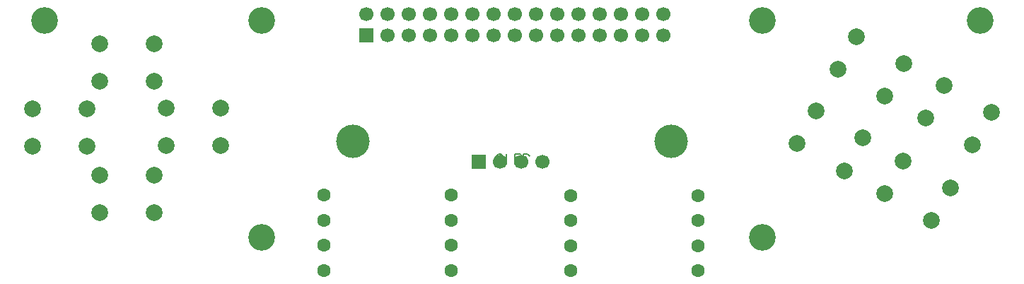
<source format=gbr>
%TF.GenerationSoftware,KiCad,Pcbnew,9.0.3*%
%TF.CreationDate,2025-07-15T10:31:37+02:00*%
%TF.ProjectId,CalliopeGamePad,43616c6c-696f-4706-9547-616d65506164,rev?*%
%TF.SameCoordinates,Original*%
%TF.FileFunction,Soldermask,Top*%
%TF.FilePolarity,Negative*%
%FSLAX46Y46*%
G04 Gerber Fmt 4.6, Leading zero omitted, Abs format (unit mm)*
G04 Created by KiCad (PCBNEW 9.0.3) date 2025-07-15 10:31:37*
%MOMM*%
%LPD*%
G01*
G04 APERTURE LIST*
%ADD10C,0.203200*%
%ADD11C,3.200000*%
%ADD12C,2.000000*%
%ADD13R,1.700000X1.700000*%
%ADD14C,1.700000*%
%ADD15C,4.000000*%
%ADD16C,1.600000*%
G04 APERTURE END LIST*
D10*
X149302340Y-109052640D02*
X149302340Y-110198180D01*
X148177120Y-109215200D02*
X148123780Y-109324420D01*
X148286340Y-109105980D02*
X148177120Y-109215200D01*
X148888320Y-109324420D02*
X148832440Y-109215200D01*
X151385130Y-109052640D02*
X151385130Y-110198180D01*
X148614000Y-109052640D02*
X148395560Y-109052640D01*
X150315790Y-109052640D02*
X150315790Y-110198180D01*
X151766130Y-109052640D02*
X151931230Y-109105980D01*
X151931230Y-109105980D02*
X152040450Y-109215200D01*
X148832440Y-109215200D02*
X148723220Y-109105980D01*
X150315790Y-109052640D02*
X151024450Y-109052640D01*
X151385130Y-109052640D02*
X151766130Y-109052640D01*
X148395560Y-109052640D02*
X148286340Y-109105980D01*
X152040450Y-109215200D02*
X152093790Y-109324420D01*
X148723220Y-109105980D02*
X148614000Y-109052640D01*
D11*
%TO.C,H4*%
X94000000Y-93000000D03*
%TD*%
D12*
%TO.C,U8*%
X196839673Y-109876443D03*
X202468838Y-113126443D03*
X194589673Y-113773557D03*
X200218838Y-117023557D03*
%TD*%
%TO.C,U6*%
X201739673Y-100826443D03*
X207368838Y-104076443D03*
X199489672Y-104723558D03*
X205118839Y-107973558D03*
%TD*%
%TO.C,U2*%
X92611800Y-103599760D03*
X99111800Y-103599760D03*
X92611800Y-108099760D03*
X99111800Y-108099760D03*
%TD*%
%TO.C,U4*%
X100639400Y-111564760D03*
X107139400Y-111564760D03*
X100639400Y-116064760D03*
X107139400Y-116064760D03*
%TD*%
D13*
%TO.C,J2*%
X146000000Y-110000000D03*
D14*
X148540000Y-110000000D03*
X151080000Y-110000000D03*
X153620000Y-110000000D03*
%TD*%
D13*
%TO.C,J1*%
X132540000Y-94775000D03*
D14*
X132540000Y-92235000D03*
X135080000Y-94775000D03*
X135080000Y-92235000D03*
X137620000Y-94775000D03*
X137620000Y-92235000D03*
X140160000Y-94775000D03*
X140160000Y-92235000D03*
X142700000Y-94775000D03*
X142700000Y-92235000D03*
X145240000Y-94775000D03*
X145240000Y-92235000D03*
X147780000Y-94775000D03*
X147780000Y-92235000D03*
X150320000Y-94775000D03*
X150320000Y-92235000D03*
X152860000Y-94775000D03*
X152860000Y-92235000D03*
X155400000Y-94775000D03*
X155400000Y-92235000D03*
X157940000Y-94775000D03*
X157940000Y-92235000D03*
X160480000Y-94775000D03*
X160480000Y-92235000D03*
X163020000Y-94775000D03*
X163020000Y-92235000D03*
X165560000Y-94775000D03*
X165560000Y-92235000D03*
X168100000Y-94775000D03*
X168100000Y-92235000D03*
%TD*%
D12*
%TO.C,U7*%
X186389673Y-103876443D03*
X192018838Y-107126443D03*
X184139673Y-107773557D03*
X189768838Y-111023557D03*
%TD*%
D11*
%TO.C,H8*%
X206000000Y-93000000D03*
%TD*%
D15*
%TO.C,H1*%
X169050000Y-107550000D03*
%TD*%
D12*
%TO.C,U3*%
X108615000Y-103538360D03*
X115115000Y-103538360D03*
X108615000Y-108038360D03*
X115115000Y-108038360D03*
%TD*%
D11*
%TO.C,H5*%
X120000000Y-119000000D03*
%TD*%
%TO.C,H7*%
X180000000Y-93000000D03*
%TD*%
%TO.C,H6*%
X180000000Y-119000000D03*
%TD*%
D12*
%TO.C,U5*%
X191239673Y-94976443D03*
X196868838Y-98226443D03*
X188989673Y-98873557D03*
X194618838Y-102123557D03*
%TD*%
D11*
%TO.C,H3*%
X120000000Y-93000000D03*
%TD*%
D15*
%TO.C,H2*%
X130950000Y-107550000D03*
%TD*%
D12*
%TO.C,U1*%
X100623010Y-95815070D03*
X107123010Y-95815070D03*
X100623010Y-100315070D03*
X107123010Y-100315070D03*
%TD*%
D16*
%TO.C,R4*%
X142720951Y-113969293D03*
X127480951Y-113969293D03*
%TD*%
%TO.C,R1*%
X142720951Y-119969293D03*
X127480951Y-119969293D03*
%TD*%
%TO.C,R7*%
X157000000Y-114000000D03*
X172240000Y-114000000D03*
%TD*%
%TO.C,R3*%
X142720951Y-122969293D03*
X127480951Y-122969293D03*
%TD*%
%TO.C,R5*%
X157000000Y-120000000D03*
X172240000Y-120000000D03*
%TD*%
%TO.C,R8*%
X157000000Y-123000000D03*
X172240000Y-123000000D03*
%TD*%
%TO.C,R6*%
X157000000Y-117000000D03*
X172240000Y-117000000D03*
%TD*%
%TO.C,R2*%
X142720951Y-116969293D03*
X127480951Y-116969293D03*
%TD*%
M02*

</source>
